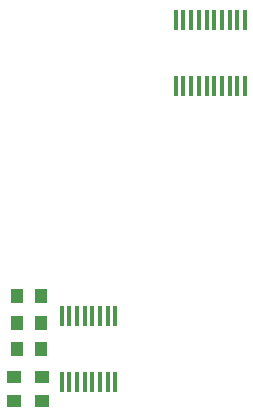
<source format=gbp>
G04*
G04 #@! TF.GenerationSoftware,Altium Limited,Altium Designer,19.1.6 (110)*
G04*
G04 Layer_Color=128*
%FSLAX43Y43*%
%MOMM*%
G71*
G01*
G75*
%ADD26R,1.016X1.270*%
%ADD27R,1.270X1.016*%
%ADD29R,0.350X1.750*%
D26*
X77016Y64500D02*
D03*
X74984D02*
D03*
X74924Y62230D02*
D03*
X76956D02*
D03*
X74915Y59995D02*
D03*
X76947D02*
D03*
D27*
X77047Y55591D02*
D03*
Y57623D02*
D03*
X74648Y55591D02*
D03*
Y57623D02*
D03*
D29*
X89038Y82302D02*
D03*
X88388D02*
D03*
Y87827D02*
D03*
X89038D02*
D03*
X89688D02*
D03*
X90338D02*
D03*
X90988D02*
D03*
X91638D02*
D03*
X89688Y82302D02*
D03*
X90338D02*
D03*
X90988D02*
D03*
X91638D02*
D03*
X92288D02*
D03*
X92938D02*
D03*
X93588D02*
D03*
X94238D02*
D03*
Y87827D02*
D03*
X93588D02*
D03*
X92938D02*
D03*
X92288D02*
D03*
X78725Y62763D02*
D03*
X79375D02*
D03*
X80025D02*
D03*
X80675D02*
D03*
X81325D02*
D03*
X81975D02*
D03*
X82625D02*
D03*
X83275D02*
D03*
X79375Y57237D02*
D03*
X80025D02*
D03*
X80675D02*
D03*
X81325D02*
D03*
X81975D02*
D03*
X82625D02*
D03*
X83275D02*
D03*
X78725D02*
D03*
M02*

</source>
